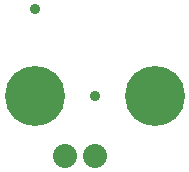
<source format=gbr>
G04 start of page 3 for group 1 idx 1 *
G04 Title: (unknown), solder *
G04 Creator: pcb 20110918 *
G04 CreationDate: Fri Feb 15 16:34:18 2013 UTC *
G04 For: fosse *
G04 Format: Gerber/RS-274X *
G04 PCB-Dimensions: 600000 500000 *
G04 PCB-Coordinate-Origin: lower left *
%MOIN*%
%FSLAX25Y25*%
%LNBOTTOM*%
%ADD22C,0.0320*%
%ADD21C,0.0200*%
%ADD20C,0.0790*%
%ADD19C,0.0800*%
%ADD18C,0.0360*%
%ADD17C,0.2000*%
G54D17*X75787Y344291D03*
X115787D03*
G54D18*X95787D03*
G54D19*X85787Y324291D03*
X95787D03*
G54D18*X75787Y373307D03*
G54D20*G54D21*G54D22*G54D21*M02*

</source>
